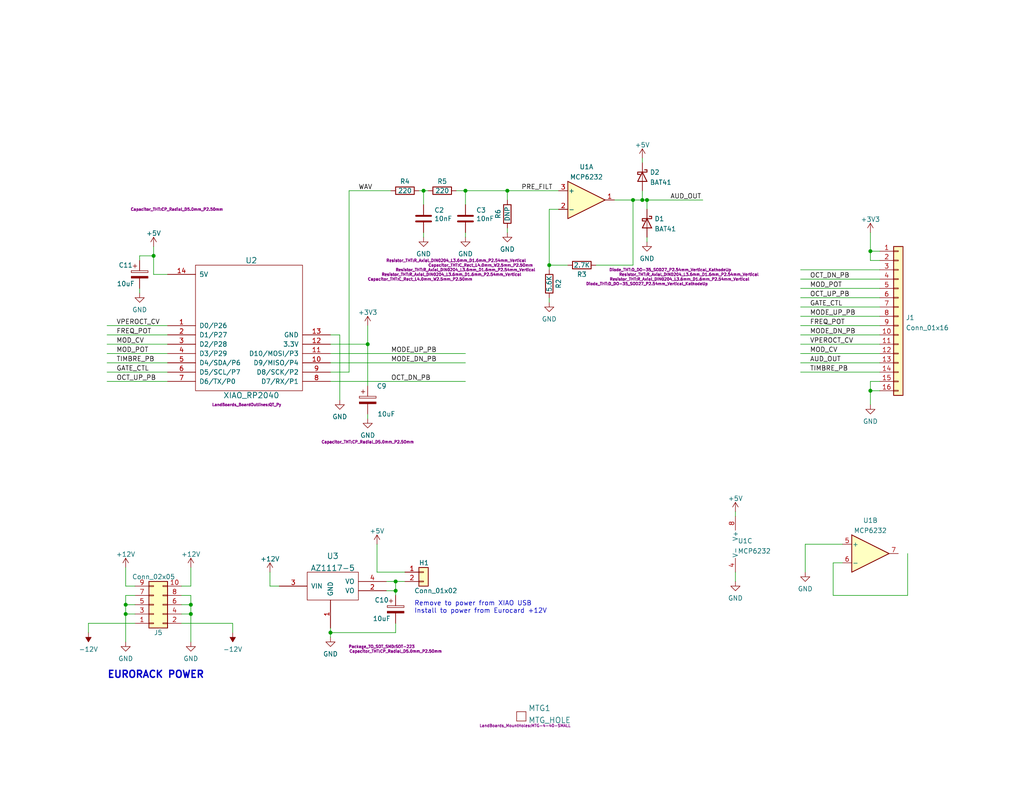
<source format=kicad_sch>
(kicad_sch (version 20211123) (generator eeschema)
  (paper "A")
  (title_block (title "VCO CONTROL LOGIC") (date "2022-10-02") (rev "1") (company "LAND BOARDS LLC") (comment 1 "https://note.com/solder_state/n/nca6a1dec3921"))
  (lib_symbols
    (symbol "Amplifier_Operational:TL072" (pin_names (offset 0.127))
      (property "Reference" "U" (at 0 5.08 0))
      (property "Value" "TL072" (at 0 -5.08 0))
      (symbol "TL072_1_1"
        (polyline (pts (xy -5.08 5.08) (xy 5.08 0) (xy -5.08 -5.08) (xy -5.08 5.08)) (stroke (width 0.254)) (fill (type background)))
        (pin output line (at 7.62 0 180) (length 2.54) (name "~") (number "1"))
        (pin input line (at -7.62 -2.54 0) (length 2.54) (name "-") (number "2"))
        (pin input line (at -7.62 2.54 0) (length 2.54) (name "+") (number "3"))
      )
      (symbol "TL072_2_1"
        (polyline (pts (xy -5.08 5.08) (xy 5.08 0) (xy -5.08 -5.08) (xy -5.08 5.08)) (stroke (width 0.254)) (fill (type background)))
        (pin input line (at -7.62 2.54 0) (length 2.54) (name "+") (number "5"))
        (pin input line (at -7.62 -2.54 0) (length 2.54) (name "-") (number "6"))
        (pin output line (at 7.62 0 180) (length 2.54) (name "~") (number "7"))
      )
      (symbol "TL072_3_1"
        (pin power_in line (at -2.54 -7.62 90) (length 3.81) (name "V-") (number "4"))
        (pin power_in line (at -2.54 7.62 270) (length 3.81) (name "V+") (number "8"))
      )
    )
    (symbol "Connector_Generic:Conn_01x02" (pin_names (offset 1.016) hide)
      (property "Reference" "J" (at 0 2.54 0))
      (property "Value" "Conn_01x02" (at 0 -5.08 0))
      (symbol "Conn_01x02_1_1"
        (rectangle (start -1.27 -2.413) (end 0 -2.667) (stroke (width 0.1524)))
        (rectangle (start -1.27 0.127) (end 0 -0.127) (stroke (width 0.1524)))
        (rectangle (start -1.27 1.27) (end 1.27 -3.81) (stroke (width 0.254)) (fill (type background)))
        (pin passive line (at -5.08 0 0) (length 3.81) (name "Pin_1") (number "1"))
        (pin passive line (at -5.08 -2.54 0) (length 3.81) (name "Pin_2") (number "2"))
      )
    )
    (symbol "Connector_Generic:Conn_01x16" (pin_names (offset 1.016) hide)
      (property "Reference" "J" (at 0 20.32 0))
      (property "Value" "Conn_01x16" (at 0 -22.86 0))
      (symbol "Conn_01x16_1_1"
        (rectangle (start -1.27 -20.193) (end 0 -20.447) (stroke (width 0.1524)))
        (rectangle (start -1.27 -17.653) (end 0 -17.907) (stroke (width 0.1524)))
        (rectangle (start -1.27 -15.113) (end 0 -15.367) (stroke (width 0.1524)))
        (rectangle (start -1.27 -12.573) (end 0 -12.827) (stroke (width 0.1524)))
        (rectangle (start -1.27 -10.033) (end 0 -10.287) (stroke (width 0.1524)))
        (rectangle (start -1.27 -7.493) (end 0 -7.747) (stroke (width 0.1524)))
        (rectangle (start -1.27 -4.953) (end 0 -5.207) (stroke (width 0.1524)))
        (rectangle (start -1.27 -2.413) (end 0 -2.667) (stroke (width 0.1524)))
        (rectangle (start -1.27 0.127) (end 0 -0.127) (stroke (width 0.1524)))
        (rectangle (start -1.27 2.667) (end 0 2.413) (stroke (width 0.1524)))
        (rectangle (start -1.27 5.207) (end 0 4.953) (stroke (width 0.1524)))
        (rectangle (start -1.27 7.747) (end 0 7.493) (stroke (width 0.1524)))
        (rectangle (start -1.27 10.287) (end 0 10.033) (stroke (width 0.1524)))
        (rectangle (start -1.27 12.827) (end 0 12.573) (stroke (width 0.1524)))
        (rectangle (start -1.27 15.367) (end 0 15.113) (stroke (width 0.1524)))
        (rectangle (start -1.27 17.907) (end 0 17.653) (stroke (width 0.1524)))
        (rectangle (start -1.27 19.05) (end 1.27 -21.59) (stroke (width 0.254)) (fill (type background)))
        (pin passive line (at -5.08 17.78 0) (length 3.81) (name "Pin_1") (number "1"))
        (pin passive line (at -5.08 -5.08 0) (length 3.81) (name "Pin_10") (number "10"))
        (pin passive line (at -5.08 -7.62 0) (length 3.81) (name "Pin_11") (number "11"))
        (pin passive line (at -5.08 -10.16 0) (length 3.81) (name "Pin_12") (number "12"))
        (pin passive line (at -5.08 -12.7 0) (length 3.81) (name "Pin_13") (number "13"))
        (pin passive line (at -5.08 -15.24 0) (length 3.81) (name "Pin_14") (number "14"))
        (pin passive line (at -5.08 -17.78 0) (length 3.81) (name "Pin_15") (number "15"))
        (pin passive line (at -5.08 -20.32 0) (length 3.81) (name "Pin_16") (number "16"))
        (pin passive line (at -5.08 15.24 0) (length 3.81) (name "Pin_2") (number "2"))
        (pin passive line (at -5.08 12.7 0) (length 3.81) (name "Pin_3") (number "3"))
        (pin passive line (at -5.08 10.16 0) (length 3.81) (name "Pin_4") (number "4"))
        (pin passive line (at -5.08 7.62 0) (length 3.81) (name "Pin_5") (number "5"))
        (pin passive line (at -5.08 5.08 0) (length 3.81) (name "Pin_6") (number "6"))
        (pin passive line (at -5.08 2.54 0) (length 3.81) (name "Pin_7") (number "7"))
        (pin passive line (at -5.08 0 0) (length 3.81) (name "Pin_8") (number "8"))
        (pin passive line (at -5.08 -2.54 0) (length 3.81) (name "Pin_9") (number "9"))
      )
    )
    (symbol "Connector_Generic:Conn_02x05_Odd_Even" (pin_names (offset 1.016) hide)
      (property "Reference" "J" (at 1.27 7.62 0))
      (property "Value" "Conn_02x05_Odd_Even" (at 1.27 -7.62 0))
      (symbol "Conn_02x05_Odd_Even_1_1"
        (rectangle (start -1.27 -4.953) (end 0 -5.207) (stroke (width 0.1524)))
        (rectangle (start -1.27 -2.413) (end 0 -2.667) (stroke (width 0.1524)))
        (rectangle (start -1.27 0.127) (end 0 -0.127) (stroke (width 0.1524)))
        (rectangle (start -1.27 2.667) (end 0 2.413) (stroke (width 0.1524)))
        (rectangle (start -1.27 5.207) (end 0 4.953) (stroke (width 0.1524)))
        (rectangle (start -1.27 6.35) (end 3.81 -6.35) (stroke (width 0.254)) (fill (type background)))
        (rectangle (start 3.81 -4.953) (end 2.54 -5.207) (stroke (width 0.1524)))
        (rectangle (start 3.81 -2.413) (end 2.54 -2.667) (stroke (width 0.1524)))
        (rectangle (start 3.81 0.127) (end 2.54 -0.127) (stroke (width 0.1524)))
        (rectangle (start 3.81 2.667) (end 2.54 2.413) (stroke (width 0.1524)))
        (rectangle (start 3.81 5.207) (end 2.54 4.953) (stroke (width 0.1524)))
        (pin passive line (at -5.08 5.08 0) (length 3.81) (name "Pin_1") (number "1"))
        (pin passive line (at 7.62 -5.08 180) (length 3.81) (name "Pin_10") (number "10"))
        (pin passive line (at 7.62 5.08 180) (length 3.81) (name "Pin_2") (number "2"))
        (pin passive line (at -5.08 2.54 0) (length 3.81) (name "Pin_3") (number "3"))
        (pin passive line (at 7.62 2.54 180) (length 3.81) (name "Pin_4") (number "4"))
        (pin passive line (at -5.08 0 0) (length 3.81) (name "Pin_5") (number "5"))
        (pin passive line (at 7.62 0 180) (length 3.81) (name "Pin_6") (number "6"))
        (pin passive line (at -5.08 -2.54 0) (length 3.81) (name "Pin_7") (number "7"))
        (pin passive line (at 7.62 -2.54 180) (length 3.81) (name "Pin_8") (number "8"))
        (pin passive line (at -5.08 -5.08 0) (length 3.81) (name "Pin_9") (number "9"))
      )
    )
    (symbol "Device:C" (pin_numbers hide) (pin_names (offset 0.254))
      (property "Reference" "C" (at 0.635 2.54 0))
      (property "Value" "C" (at 0.635 -2.54 0))
      (symbol "C_0_1"
        (polyline (pts (xy -2.032 -0.762) (xy 2.032 -0.762)) (stroke (width 0.508)))
        (polyline (pts (xy -2.032 0.762) (xy 2.032 0.762)) (stroke (width 0.508)))
      )
      (symbol "C_1_1"
        (pin passive line (at 0 3.81 270) (length 2.794) (name "~") (number "1"))
        (pin passive line (at 0 -3.81 90) (length 2.794) (name "~") (number "2"))
      )
    )
    (symbol "Device:C_Polarized" (pin_numbers hide) (pin_names (offset 0.254))
      (property "Reference" "C" (at 0.635 2.54 0))
      (property "Value" "C_Polarized" (at 0.635 -2.54 0))
      (symbol "C_Polarized_0_1"
        (rectangle (start -2.286 0.508) (end 2.286 1.016))
        (polyline (pts (xy -1.778 2.286) (xy -0.762 2.286)))
        (polyline (pts (xy -1.27 2.794) (xy -1.27 1.778)))
        (rectangle (start 2.286 -0.508) (end -2.286 -1.016) (fill (type outline)))
      )
      (symbol "C_Polarized_1_1"
        (pin passive line (at 0 3.81 270) (length 2.794) (name "~") (number "1"))
        (pin passive line (at 0 -3.81 90) (length 2.794) (name "~") (number "2"))
      )
    )
    (symbol "Device:D_Schottky" (pin_numbers hide) (pin_names (offset 1.016) hide)
      (property "Reference" "D" (at 0 2.54 0))
      (property "Value" "D_Schottky" (at 0 -2.54 0))
      (symbol "D_Schottky_0_1"
        (polyline (pts (xy 1.27 0) (xy -1.27 0)))
        (polyline (pts (xy 1.27 1.27) (xy 1.27 -1.27) (xy -1.27 0) (xy 1.27 1.27)) (stroke (width 0.254)))
        (polyline (pts (xy -1.905 0.635) (xy -1.905 1.27) (xy -1.27 1.27) (xy -1.27 -1.27) (xy -0.635 -1.27) (xy -0.635 -0.635)) (stroke (width 0.254)))
      )
      (symbol "D_Schottky_1_1"
        (pin passive line (at -3.81 0 0) (length 2.54) (name "K") (number "1"))
        (pin passive line (at 3.81 0 180) (length 2.54) (name "A") (number "2"))
      )
    )
    (symbol "Device:R" (pin_numbers hide) (pin_names (offset 0))
      (property "Reference" "R" (at 2.032 0 90))
      (property "Value" "R" (at 0 0 90))
      (symbol "R_0_1"
        (rectangle (start -1.016 -2.54) (end 1.016 2.54) (stroke (width 0.254)))
      )
      (symbol "R_1_1"
        (pin passive line (at 0 3.81 270) (length 1.27) (name "~") (number "1"))
        (pin passive line (at 0 -3.81 90) (length 1.27) (name "~") (number "2"))
      )
    )
    (symbol "LandBoards:MTG_HOLE" (pin_names (offset 1.016))
      (property "Reference" "MTG?" (at 0 2.54 0))
      (property "Value" "MTG_HOLE" (at 0 -2.54 0))
      (symbol "MTG_HOLE_0_1"
        (rectangle (start -1.27 -1.27) (end 1.27 -1.27))
        (rectangle (start -1.27 1.27) (end -1.27 -1.27))
        (rectangle (start 1.27 1.27) (end -1.27 1.27))
        (rectangle (start 1.27 1.27) (end 1.27 -1.27))
      )
    )
    (symbol "LandBoards_Cards:XIAO_RP2040" (pin_names (offset 1.016))
      (property "Reference" "BRD" (at 0 25.4 0))
      (property "Value" "XIAO_RP2040" (at 0 -11.43 0))
      (symbol "XIAO_RP2040_0_0"
        (rectangle (start -15.24 24.13) (end 13.97 -10.16))
      )
      (symbol "XIAO_RP2040_1_1"
        (pin bidirectional line (at -22.86 7.62 0) (length 7.62) (name "D0/P26") (number "1"))
        (pin bidirectional line (at 21.59 -2.54 180) (length 7.62) (name "D9/MISO/P4") (number "10"))
        (pin bidirectional line (at 21.59 0 180) (length 7.62) (name "D10/MOSI/P3") (number "11"))
        (pin power_out line (at 21.59 2.54 180) (length 7.62) (name "3.3V") (number "12"))
        (pin power_in line (at 21.59 5.08 180) (length 7.62) (name "GND") (number "13"))
        (pin power_in line (at -22.86 21.59 0) (length 7.62) (name "5V") (number "14"))
        (pin bidirectional line (at -22.86 5.08 0) (length 7.62) (name "D1/P27") (number "2"))
        (pin bidirectional line (at -22.86 2.54 0) (length 7.62) (name "D2/P28") (number "3"))
        (pin bidirectional line (at -22.86 0 0) (length 7.62) (name "D3/P29") (number "4"))
        (pin bidirectional line (at -22.86 -2.54 0) (length 7.62) (name "D4/SDA/P6") (number "5"))
        (pin bidirectional line (at -22.86 -5.08 0) (length 7.62) (name "D5/SCL/P7") (number "6"))
        (pin bidirectional line (at -22.86 -7.62 0) (length 7.62) (name "D6/TX/P0") (number "7"))
        (pin bidirectional line (at 21.59 -7.62 180) (length 7.62) (name "D7/RX/P1") (number "8"))
        (pin bidirectional line (at 21.59 -5.08 180) (length 7.62) (name "D8/SCK/P2") (number "9"))
      )
    )
    (symbol "LandBoards_Semis:AP1117" (pin_names (offset 1.016))
      (property "Reference" "U" (at 2.54 3.81 0))
      (property "Value" "AP1117" (at 6.35 -6.35 0))
      (symbol "AP1117_0_1"
        (polyline (pts (xy -8.89 -5.08) (xy -8.89 2.54) (xy 5.08 2.54) (xy 5.08 -5.08) (xy -8.89 -5.08)))
      )
      (symbol "AP1117_1_1"
        (pin power_in line (at -2.54 -12.7 90) (length 7.62) (name "GND") (number "1"))
        (pin passive line (at 12.7 -2.54 180) (length 7.62) (name "VO") (number "2"))
        (pin power_in line (at -16.51 -1.27 0) (length 7.62) (name "VIN") (number "3"))
        (pin power_out line (at 12.7 0 180) (length 7.62) (name "VO") (number "4"))
      )
    )
    (symbol "power:+12V" (power) (pin_names (offset 0))
      (property "Value" "+12V" (at 0 3.556 0))
      (symbol "+12V_0_1"
        (polyline (pts (xy -0.762 1.27) (xy 0 2.54)))
        (polyline (pts (xy 0 0) (xy 0 2.54)))
        (polyline (pts (xy 0 2.54) (xy 0.762 1.27)))
      )
      (symbol "+12V_1_1"
        (pin power_in line (at 0 0 90) (length 0) hide (name "+12V") (number "1"))
      )
    )
    (symbol "power:+3.3V" (power) (pin_names (offset 0))
      (property "Value" "+3.3V" (at 0 3.556 0))
      (symbol "+3.3V_0_1"
        (polyline (pts (xy -0.762 1.27) (xy 0 2.54)))
        (polyline (pts (xy 0 0) (xy 0 2.54)))
        (polyline (pts (xy 0 2.54) (xy 0.762 1.27)))
      )
      (symbol "+3.3V_1_1"
        (pin power_in line (at 0 0 90) (length 0) hide (name "+3V3") (number "1"))
      )
    )
    (symbol "power:+5V" (power) (pin_names (offset 0))
      (property "Value" "+5V" (at 0 3.556 0))
      (symbol "+5V_0_1"
        (polyline (pts (xy -0.762 1.27) (xy 0 2.54)))
        (polyline (pts (xy 0 0) (xy 0 2.54)))
        (polyline (pts (xy 0 2.54) (xy 0.762 1.27)))
      )
      (symbol "+5V_1_1"
        (pin power_in line (at 0 0 90) (length 0) hide (name "+5V") (number "1"))
      )
    )
    (symbol "power:-12V" (power) (pin_names (offset 0))
      (property "Value" "-12V" (at 0 3.81 0))
      (symbol "-12V_0_0"
        (pin power_in line (at 0 0 90) (length 0) hide (name "-12V") (number "1"))
      )
      (symbol "-12V_0_1"
        (polyline (pts (xy 0 0) (xy 0 1.27) (xy 0.762 1.27) (xy 0 2.54) (xy -0.762 1.27) (xy 0 1.27)) (fill (type outline)))
      )
    )
    (symbol "power:GND" (power) (pin_names (offset 0))
      (property "Value" "GND" (at 0 -3.81 0))
      (symbol "GND_0_1"
        (polyline (pts (xy 0 0) (xy 0 -1.27) (xy 1.27 -1.27) (xy 0 -2.54) (xy -1.27 -1.27) (xy 0 -1.27)))
      )
      (symbol "GND_1_1"
        (pin power_in line (at 0 0 270) (length 0) hide (name "GND") (number "1"))
      )
    )
  )
  (junction (at 34.29 165.1))
  (junction (at 100.33 93.98))
  (junction (at 127 52.07))
  (junction (at 90.17 172.72))
  (junction (at 34.29 167.64))
  (junction (at 138.43 52.07))
  (junction (at 52.07 167.64))
  (junction (at 52.07 165.1))
  (junction (at 41.91 69.85))
  (junction (at 115.57 52.07))
  (junction (at 149.86 72.39))
  (junction (at 172.72 54.61))
  (junction (at 107.95 161.29))
  (junction (at 107.95 158.75))
  (junction (at 175.26 54.61))
  (junction (at 237.49 68.58))
  (junction (at 176.53 54.61))
  (junction (at 237.49 106.68))
  (wire (pts (xy 229.87 148.59) (xy 219.71 148.59)))
  (wire (pts (xy 218.44 88.9) (xy 240.03 88.9)))
  (wire (pts (xy 105.41 158.75) (xy 107.95 158.75)))
  (wire (pts (xy 176.53 54.61) (xy 191.77 54.61)))
  (wire (pts (xy 90.17 93.98) (xy 100.33 93.98)))
  (wire (pts (xy 105.41 161.29) (xy 107.95 161.29)))
  (wire (pts (xy 36.83 170.18) (xy 24.13 170.18)))
  (wire (pts (xy 200.66 156.21) (xy 200.66 158.75)))
  (wire (pts (xy 175.26 43.18) (xy 175.26 44.45)))
  (wire (pts (xy 29.21 93.98) (xy 45.72 93.98)))
  (wire (pts (xy 24.13 170.18) (xy 24.13 172.72)))
  (wire (pts (xy 227.33 153.67) (xy 227.33 162.56)))
  (wire (pts (xy 90.17 172.72) (xy 107.95 172.72)))
  (wire (pts (xy 38.1 80.01) (xy 38.1 78.74)))
  (wire (pts (xy 218.44 76.2) (xy 240.03 76.2)))
  (wire (pts (xy 218.44 93.98) (xy 240.03 93.98)))
  (wire (pts (xy 218.44 96.52) (xy 240.03 96.52)))
  (wire (pts (xy 240.03 71.12) (xy 237.49 71.12)))
  (wire (pts (xy 90.17 101.6) (xy 95.25 101.6)))
  (wire (pts (xy 115.57 52.07) (xy 115.57 55.88)))
  (wire (pts (xy 52.07 162.56) (xy 52.07 165.1)))
  (wire (pts (xy 116.84 52.07) (xy 115.57 52.07)))
  (wire (pts (xy 73.66 160.02) (xy 76.2 160.02)))
  (wire (pts (xy 29.21 104.14) (xy 45.72 104.14)))
  (wire (pts (xy 138.43 62.23) (xy 138.43 63.5)))
  (wire (pts (xy 49.53 165.1) (xy 52.07 165.1)))
  (wire (pts (xy 102.87 156.21) (xy 102.87 148.59)))
  (wire (pts (xy 218.44 78.74) (xy 240.03 78.74)))
  (wire (pts (xy 41.91 74.93) (xy 41.91 69.85)))
  (wire (pts (xy 229.87 153.67) (xy 227.33 153.67)))
  (wire (pts (xy 41.91 69.85) (xy 41.91 67.31)))
  (wire (pts (xy 172.72 54.61) (xy 175.26 54.61)))
  (wire (pts (xy 95.25 52.07) (xy 106.68 52.07)))
  (wire (pts (xy 219.71 148.59) (xy 219.71 156.21)))
  (wire (pts (xy 90.17 104.14) (xy 127 104.14)))
  (wire (pts (xy 90.17 172.72) (xy 90.17 173.99)))
  (wire (pts (xy 41.91 74.93) (xy 45.72 74.93)))
  (wire (pts (xy 237.49 110.49) (xy 237.49 106.68)))
  (wire (pts (xy 115.57 64.77) (xy 115.57 63.5)))
  (wire (pts (xy 90.17 96.52) (xy 127 96.52)))
  (wire (pts (xy 162.56 72.39) (xy 172.72 72.39)))
  (wire (pts (xy 95.25 52.07) (xy 95.25 101.6)))
  (wire (pts (xy 127 64.77) (xy 127 63.5)))
  (wire (pts (xy 124.46 52.07) (xy 127 52.07)))
  (wire (pts (xy 36.83 160.02) (xy 34.29 160.02)))
  (wire (pts (xy 29.21 99.06) (xy 45.72 99.06)))
  (wire (pts (xy 138.43 52.07) (xy 138.43 54.61)))
  (wire (pts (xy 90.17 99.06) (xy 127 99.06)))
  (wire (pts (xy 107.95 161.29) (xy 107.95 162.56)))
  (wire (pts (xy 49.53 170.18) (xy 63.5 170.18)))
  (wire (pts (xy 29.21 101.6) (xy 45.72 101.6)))
  (wire (pts (xy 41.91 69.85) (xy 38.1 69.85)))
  (wire (pts (xy 176.53 54.61) (xy 176.53 57.15)))
  (wire (pts (xy 149.86 57.15) (xy 152.4 57.15)))
  (wire (pts (xy 218.44 91.44) (xy 240.03 91.44)))
  (wire (pts (xy 227.33 162.56) (xy 247.65 162.56)))
  (wire (pts (xy 149.86 72.39) (xy 149.86 73.66)))
  (wire (pts (xy 167.64 54.61) (xy 172.72 54.61)))
  (wire (pts (xy 237.49 71.12) (xy 237.49 68.58)))
  (wire (pts (xy 172.72 72.39) (xy 172.72 54.61)))
  (wire (pts (xy 34.29 162.56) (xy 34.29 165.1)))
  (wire (pts (xy 29.21 91.44) (xy 45.72 91.44)))
  (wire (pts (xy 149.86 81.28) (xy 149.86 82.55)))
  (wire (pts (xy 34.29 167.64) (xy 34.29 175.26)))
  (wire (pts (xy 90.17 91.44) (xy 92.71 91.44)))
  (wire (pts (xy 138.43 52.07) (xy 152.4 52.07)))
  (wire (pts (xy 237.49 68.58) (xy 237.49 63.5)))
  (wire (pts (xy 49.53 160.02) (xy 52.07 160.02)))
  (wire (pts (xy 115.57 52.07) (xy 114.3 52.07)))
  (wire (pts (xy 200.66 139.7) (xy 200.66 140.97)))
  (wire (pts (xy 100.33 114.3) (xy 100.33 113.03)))
  (wire (pts (xy 73.66 156.21) (xy 73.66 160.02)))
  (wire (pts (xy 127 52.07) (xy 138.43 52.07)))
  (wire (pts (xy 175.26 54.61) (xy 176.53 54.61)))
  (wire (pts (xy 110.49 156.21) (xy 102.87 156.21)))
  (wire (pts (xy 49.53 167.64) (xy 52.07 167.64)))
  (wire (pts (xy 36.83 162.56) (xy 34.29 162.56)))
  (wire (pts (xy 218.44 73.66) (xy 240.03 73.66)))
  (wire (pts (xy 34.29 154.94) (xy 34.29 160.02)))
  (wire (pts (xy 218.44 99.06) (xy 240.03 99.06)))
  (wire (pts (xy 38.1 69.85) (xy 38.1 71.12)))
  (wire (pts (xy 218.44 83.82) (xy 240.03 83.82)))
  (wire (pts (xy 90.17 171.45) (xy 90.17 172.72)))
  (wire (pts (xy 237.49 106.68) (xy 237.49 104.14)))
  (wire (pts (xy 237.49 104.14) (xy 240.03 104.14)))
  (wire (pts (xy 237.49 68.58) (xy 240.03 68.58)))
  (wire (pts (xy 107.95 172.72) (xy 107.95 170.18)))
  (wire (pts (xy 237.49 106.68) (xy 240.03 106.68)))
  (wire (pts (xy 107.95 158.75) (xy 110.49 158.75)))
  (wire (pts (xy 176.53 66.04) (xy 176.53 64.77)))
  (wire (pts (xy 247.65 162.56) (xy 247.65 151.13)))
  (wire (pts (xy 52.07 167.64) (xy 52.07 175.26)))
  (wire (pts (xy 218.44 86.36) (xy 240.03 86.36)))
  (wire (pts (xy 107.95 161.29) (xy 107.95 158.75)))
  (wire (pts (xy 52.07 154.94) (xy 52.07 160.02)))
  (wire (pts (xy 34.29 165.1) (xy 34.29 167.64)))
  (wire (pts (xy 218.44 81.28) (xy 240.03 81.28)))
  (wire (pts (xy 100.33 88.9) (xy 100.33 93.98)))
  (wire (pts (xy 52.07 165.1) (xy 52.07 167.64)))
  (wire (pts (xy 218.44 101.6) (xy 240.03 101.6)))
  (wire (pts (xy 63.5 170.18) (xy 63.5 172.72)))
  (wire (pts (xy 34.29 167.64) (xy 36.83 167.64)))
  (wire (pts (xy 92.71 91.44) (xy 92.71 109.22)))
  (wire (pts (xy 127 52.07) (xy 127 55.88)))
  (wire (pts (xy 149.86 72.39) (xy 149.86 57.15)))
  (wire (pts (xy 34.29 165.1) (xy 36.83 165.1)))
  (wire (pts (xy 49.53 162.56) (xy 52.07 162.56)))
  (wire (pts (xy 154.94 72.39) (xy 149.86 72.39)))
  (wire (pts (xy 100.33 105.41) (xy 100.33 93.98)))
  (wire (pts (xy 175.26 52.07) (xy 175.26 54.61)))
  (wire (pts (xy 29.21 96.52) (xy 45.72 96.52)))
  (wire (pts (xy 29.21 88.9) (xy 45.72 88.9)))
  (text "EURORACK POWER" (at 29.21 185.42 0) (effects (font (size 1.905 1.905) (thickness 0.381) bold) (justify left bottom)))
  (text "Remove to power from XIAO USB\nInstall to power from Eurocard +12V" (at 113.03 167.64 0) (effects (font (size 1.27 1.27)) (justify left bottom)))
  (label "OCT_DN_PB" (at 106.68 104.14 0))
  (label "MODE_DN_PB" (at 106.68 99.06 0))
  (label "FREQ_POT" (at 220.98 88.9 0))
  (label "GATE_CTL" (at 31.75 101.6 0))
  (label "MODE_DN_PB" (at 220.98 91.44 0))
  (label "MOD_POT" (at 220.98 78.74 0))
  (label "MOD_CV" (at 31.75 93.98 0))
  (label "VPEROCT_CV" (at 220.98 93.98 0))
  (label "FREQ_POT" (at 31.75 91.44 0))
  (label "TIMBRE_PB" (at 220.98 101.6 0))
  (label "MOD_POT" (at 31.75 96.52 0))
  (label "TIMBRE_PB" (at 31.75 99.06 0))
  (label "OCT_UP_PB" (at 220.98 81.28 0))
  (label "MODE_UP_PB" (at 220.98 86.36 0))
  (label "WAV" (at 97.79 52.07 0))
  (label "AUD_OUT" (at 220.98 99.06 0))
  (label "VPEROCT_CV" (at 31.75 88.9 0))
  (label "OCT_DN_PB" (at 220.98 76.2 0))
  (label "AUD_OUT" (at 182.88 54.61 0))
  (label "MODE_UP_PB" (at 106.68 96.52 0))
  (label "MOD_CV" (at 220.98 96.52 0))
  (label "PRE_FILT" (at 142.24 52.07 0))
  (label "GATE_CTL" (at 220.98 83.82 0))
  (label "OCT_UP_PB" (at 31.75 104.14 0))
  (symbol (lib_id "power:GND") (at 92.71 109.22 0) (unit 1)
    (property "Reference" "#PWR0105" (effects hide))
    (property "Value" "GND" (at 92.71 113.7825 0))
  )
  (symbol (lib_id "Device:C_Polarized") (at 107.95 166.37 0) (unit 1)
    (property "Reference" "C10" (at 104.14 163.83 0))
    (property "Value" "10uF" (at 104.14 168.91 0))
    (property "Footprint" "Capacitor_THT:CP_Radial_D5.0mm_P2.50mm" (at 107.95 177.8 0) (effects (font (size 0.762 0.762))))
    (property "Datasheet" "https://www.mouser.com/ProductDetail/140-REA470M1CBK0511P" (effects hide))
  )
  (symbol (lib_id "Device:R") (at 120.65 52.07 90) (unit 1)
    (property "Reference" "R5" (at 120.65 49.53 90))
    (property "Value" "220" (at 120.65 52.07 90))
    (property "Footprint" "Resistor_THT:R_Axial_DIN0204_L3.6mm_D1.6mm_P2.54mm_Vertical" (at 127 73.66 90) (effects (font (size 0.762 0.762))))
    (property "Datasheet" "https://www.mouser.com/ProductDetail/Xicon/299-2.2K-RC?qs=QaPBMFBEHz3RDbXknTj%252ByA%3D%3D" (effects hide))
  )
  (symbol (lib_id "power:GND") (at 90.17 173.99 0) (unit 1)
    (property "Reference" "#PWR0135" (effects hide))
    (property "Value" "GND" (at 90.17 178.5525 0))
  )
  (symbol (lib_id "Device:C_Polarized") (at 38.1 74.93 0) (unit 1)
    (property "Reference" "C11" (at 34.29 72.39 0))
    (property "Value" "10uF" (at 34.29 77.47 0))
    (property "Footprint" "Capacitor_THT:CP_Radial_D5.0mm_P2.50mm" (at 48.26 57.15 0) (effects (font (size 0.762 0.762))))
    (property "Datasheet" "https://www.mouser.com/ProductDetail/140-REA470M1CBK0511P" (effects hide))
  )
  (symbol (lib_id "power:+5V") (at 102.87 148.59 0) (unit 1)
    (property "Reference" "#PWR0134" (effects hide))
    (property "Value" "+5V" (at 102.87 144.9855 0))
  )
  (symbol (lib_id "power:+12V") (at 52.07 154.94 0) (unit 1)
    (property "Reference" "#PWR0137" (effects hide))
    (property "Value" "+12V" (at 52.07 151.3355 0))
  )
  (symbol (lib_id "power:GND") (at 237.49 110.49 0) (unit 1)
    (property "Reference" "#PWR0102" (effects hide))
    (property "Value" "GND" (at 237.49 115.0525 0))
  )
  (symbol (lib_id "Amplifier_Operational:TL072") (at 237.49 151.13 0) (unit 2)
    (property "Reference" "U1" (at 237.49 142.0835 0))
    (property "Value" "MCP6232" (at 237.49 144.8586 0))
    (property "Footprint" "Package_DIP:DIP-8_W7.62mm" (effects hide))
    (property "Datasheet" "http://www.ti.com/lit/ds/symlink/tl071.pdf" (effects hide))
  )
  (symbol (lib_id "Device:D_Schottky") (at 176.53 60.96 270) (unit 1)
    (property "Reference" "D1" (at 178.562 59.734 90) (effects (justify left)))
    (property "Value" "BAT41" (at 178.562 62.5091 90) (effects (justify left)))
    (property "Footprint" "Diode_THT:D_DO-35_SOD27_P2.54mm_Vertical_KathodeUp" (at 176.53 77.47 90) (effects (font (size 0.762 0.762))))
  )
  (symbol (lib_id "LandBoards_Semis:AP1117") (at 92.71 158.75 0) (unit 1)
    (property "Reference" "U3" (at 90.805 151.8061 0) (effects (font (size 1.524 1.524))))
    (property "Value" "AZ1117-5" (at 90.805 155.0851 0) (effects (font (size 1.524 1.524))))
    (property "Footprint" "Package_TO_SOT_SMD:SOT-223" (at 104.14 176.53 0) (effects (font (size 0.762 0.762))))
  )
  (symbol (lib_id "Device:R") (at 158.75 72.39 90) (unit 1)
    (property "Reference" "R3" (at 158.75 74.93 90))
    (property "Value" "2.7K" (at 158.75 72.39 90))
    (property "Footprint" "Resistor_THT:R_Axial_DIN0204_L3.6mm_D1.6mm_P2.54mm_Vertical" (at 185.42 76.2 90) (effects (font (size 0.762 0.762))))
    (property "Datasheet" "https://www.mouser.com/ProductDetail/Xicon/299-2.2K-RC?qs=QaPBMFBEHz3RDbXknTj%252ByA%3D%3D" (effects hide))
  )
  (symbol (lib_id "Connector_Generic:Conn_01x02") (at 115.57 156.21 0) (unit 1)
    (property "Reference" "H1" (at 114.3 153.67 0) (effects (justify left)))
    (property "Value" "Conn_01x02" (at 113.03 161.29 0) (effects (justify left)))
    (property "Footprint" "Connector_PinHeader_2.54mm:PinHeader_1x02_P2.54mm_Vertical" (effects hide))
  )
  (symbol (lib_id "power:GND") (at 127 64.77 0) (unit 1)
    (property "Reference" "#PWR0115" (effects hide))
    (property "Value" "GND" (at 127 69.3325 0))
  )
  (symbol (lib_id "Device:R") (at 110.49 52.07 90) (unit 1)
    (property "Reference" "R4" (at 110.49 49.53 90))
    (property "Value" "220" (at 110.49 52.07 90))
    (property "Footprint" "Resistor_THT:R_Axial_DIN0204_L3.6mm_D1.6mm_P2.54mm_Vertical" (at 124.46 71.12 90) (effects (font (size 0.762 0.762))))
    (property "Datasheet" "https://www.mouser.com/ProductDetail/Xicon/299-2.2K-RC?qs=QaPBMFBEHz3RDbXknTj%252ByA%3D%3D" (effects hide))
  )
  (symbol (lib_id "power:+5V") (at 41.91 67.31 0) (unit 1)
    (property "Reference" "#PWR0118" (effects hide))
    (property "Value" "+5V" (at 41.91 63.7055 0))
  )
  (symbol (lib_id "Device:R") (at 149.86 77.47 180) (unit 1)
    (property "Reference" "R2" (at 152.4 77.47 90))
    (property "Value" "5.6K" (at 149.86 77.47 90))
    (property "Footprint" "Resistor_THT:R_Axial_DIN0204_L3.6mm_D1.6mm_P2.54mm_Vertical" (at 187.96 74.93 0) (effects (font (size 0.762 0.762))))
    (property "Datasheet" "https://www.mouser.com/ProductDetail/Xicon/299-2.2K-RC?qs=QaPBMFBEHz3RDbXknTj%252ByA%3D%3D" (effects hide))
  )
  (symbol (lib_id "power:+3.3V") (at 237.49 63.5 0) (unit 1)
    (property "Reference" "#PWR0101" (effects hide))
    (property "Value" "+3.3V" (at 237.49 59.8955 0))
  )
  (symbol (lib_id "power:GND") (at 138.43 63.5 0) (unit 1)
    (property "Reference" "#PWR0126" (effects hide))
    (property "Value" "GND" (at 138.43 68.0625 0))
  )
  (symbol (lib_id "power:GND") (at 34.29 175.26 0) (unit 1)
    (property "Reference" "#PWR0142" (effects hide))
    (property "Value" "GND" (at 34.29 179.8225 0))
  )
  (symbol (lib_id "Device:C_Polarized") (at 100.33 109.22 0) (unit 1)
    (property "Reference" "C9" (at 104.14 105.41 0))
    (property "Value" "10uF" (at 105.41 113.03 0))
    (property "Footprint" "Capacitor_THT:CP_Radial_D5.0mm_P2.50mm" (at 100.33 120.65 0) (effects (font (size 0.762 0.762))))
    (property "Datasheet" "https://www.mouser.com/ProductDetail/140-REA470M1CBK0511P" (effects hide))
  )
  (symbol (lib_id "power:-12V") (at 24.13 172.72 180) (unit 1)
    (property "Reference" "#PWR0140" (effects hide))
    (property "Value" "-12V" (at 24.13 177.2825 0))
  )
  (symbol (lib_id "LandBoards:MTG_HOLE") (at 142.24 195.58 0) (unit 1)
    (property "Reference" "MTG1" (at 144.145 193.3446 0) (effects (font (size 1.524 1.524)) (justify left)))
    (property "Value" "MTG_HOLE" (at 144.145 196.6236 0) (effects (font (size 1.524 1.524)) (justify left)))
    (property "Footprint" "LandBoards_MountHoles:MTG-4-40-SMALL" (at 130.81 198.12 0) (effects (font (size 0.762 0.762)) (justify left)))
  )
  (symbol (lib_id "power:GND") (at 100.33 114.3 0) (unit 1)
    (property "Reference" "#PWR0104" (effects hide))
    (property "Value" "GND" (at 100.33 118.8625 0))
  )
  (symbol (lib_id "power:GND") (at 176.53 66.04 0) (unit 1)
    (property "Reference" "#PWR0120" (effects hide))
    (property "Value" "GND" (at 176.53 70.6025 0))
  )
  (symbol (lib_id "power:GND") (at 52.07 175.26 0) (unit 1)
    (property "Reference" "#PWR0138" (effects hide))
    (property "Value" "GND" (at 52.07 179.8225 0))
  )
  (symbol (lib_id "Connector_Generic:Conn_02x05_Odd_Even") (at 41.91 165.1 0) (mirror x) (unit 1)
    (property "Reference" "J5" (at 43.18 172.72 0))
    (property "Value" "Conn_02x05" (at 41.91 157.48 0))
    (property "Footprint" "Connector_IDC:IDC-Header_2x05_P2.54mm_Vertical" (effects hide))
    (property "Datasheet" "https://store.synthrotek.com/10-Pin_Keyed_Shrouded_Eurorack_Power_Header" (effects hide))
  )
  (symbol (lib_id "power:GND") (at 38.1 80.01 0) (unit 1)
    (property "Reference" "#PWR0119" (effects hide))
    (property "Value" "GND" (at 38.1 84.5725 0))
  )
  (symbol (lib_id "Device:C") (at 115.57 59.69 0) (unit 1)
    (property "Reference" "C2" (at 118.491 57.3786 0) (effects (justify left)))
    (property "Value" "10nF" (at 118.491 59.69 0) (effects (justify left)))
    (property "Footprint" "Capacitor_THT:C_Rect_L4.0mm_W2.5mm_P2.50mm" (at 100.33 76.2 0) (effects (font (size 0.762 0.762)) (justify left)))
    (property "Datasheet" "https://www.mouser.com/ProductDetail/TDK/FG18X7R1H473KNT06?qs=qf2ddTMq67Ua7q%2FdN4IhqA%3D%3D" (effects hide))
  )
  (symbol (lib_id "Amplifier_Operational:TL072") (at 203.2 148.59 0) (unit 3)
    (property "Reference" "U1" (at 201.295 147.6815 0) (effects (justify left)))
    (property "Value" "MCP6232" (at 201.295 150.4566 0) (effects (justify left)))
    (property "Footprint" "Package_DIP:DIP-8_W7.62mm" (effects hide))
    (property "Datasheet" "http://www.ti.com/lit/ds/symlink/tl071.pdf" (effects hide))
  )
  (symbol (lib_id "power:+5V") (at 175.26 43.18 0) (unit 1)
    (property "Reference" "#PWR0117" (effects hide))
    (property "Value" "+5V" (at 175.26 39.5755 0))
  )
  (symbol (lib_id "power:GND") (at 200.66 158.75 0) (unit 1)
    (property "Reference" "#PWR0121" (effects hide))
    (property "Value" "GND" (at 200.66 163.3125 0))
  )
  (symbol (lib_id "power:+12V") (at 73.66 156.21 0) (unit 1)
    (property "Reference" "#PWR0133" (effects hide))
    (property "Value" "+12V" (at 73.66 152.6055 0))
  )
  (symbol (lib_id "power:+3.3V") (at 100.33 88.9 0) (unit 1)
    (property "Reference" "#PWR0123" (effects hide))
    (property "Value" "+3.3V" (at 100.33 85.2955 0))
  )
  (symbol (lib_id "power:GND") (at 149.86 82.55 0) (unit 1)
    (property "Reference" "#PWR0122" (effects hide))
    (property "Value" "GND" (at 149.86 87.1125 0))
  )
  (symbol (lib_id "power:GND") (at 115.57 64.77 0) (unit 1)
    (property "Reference" "#PWR0113" (effects hide))
    (property "Value" "GND" (at 115.57 69.3325 0))
  )
  (symbol (lib_id "power:+5V") (at 200.66 139.7 0) (unit 1)
    (property "Reference" "#PWR0116" (effects hide))
    (property "Value" "+5V" (at 200.66 136.0955 0))
  )
  (symbol (lib_id "power:-12V") (at 63.5 172.72 180) (unit 1)
    (property "Reference" "#PWR0139" (effects hide))
    (property "Value" "-12V" (at 63.5 177.2825 0))
  )
  (symbol (lib_id "Amplifier_Operational:TL072") (at 160.02 54.61 0) (unit 1)
    (property "Reference" "U1" (at 160.02 45.5635 0))
    (property "Value" "MCP6232" (at 160.02 48.3386 0))
    (property "Footprint" "Package_DIP:DIP-8_W7.62mm" (effects hide))
    (property "Datasheet" "http://www.ti.com/lit/ds/symlink/tl071.pdf" (effects hide))
  )
  (symbol (lib_id "LandBoards_Cards:XIAO_RP2040") (at 68.58 96.52 0) (unit 1)
    (property "Reference" "U2" (at 68.58 71.12 0) (effects (font (size 1.524 1.524))))
    (property "Value" "XIAO_RP2040" (at 68.58 107.95 0) (effects (font (size 1.524 1.524))))
    (property "Footprint" "LandBoards_BoardOutlines:QT_Py" (at 67.31 110.49 0) (effects (font (size 0.762 0.762))))
  )
  (symbol (lib_id "power:GND") (at 219.71 156.21 0) (unit 1)
    (property "Reference" "#PWR0124" (effects hide))
    (property "Value" "GND" (at 219.71 160.7725 0))
  )
  (symbol (lib_id "Connector_Generic:Conn_01x16") (at 245.11 86.36 0) (unit 1)
    (property "Reference" "J1" (at 247.142 86.7215 0) (effects (justify left)))
    (property "Value" "Conn_01x16" (at 247.142 89.4966 0) (effects (justify left)))
    (property "Footprint" "Connector_PinHeader_2.54mm:PinHeader_2x08_P2.54mm_Vertical" (effects hide))
  )
  (symbol (lib_id "Device:D_Schottky") (at 175.26 48.26 270) (unit 1)
    (property "Reference" "D2" (at 177.292 47.034 90) (effects (justify left)))
    (property "Value" "BAT41" (at 177.292 49.8091 90) (effects (justify left)))
    (property "Footprint" "Diode_THT:D_DO-35_SOD27_P2.54mm_Vertical_KathodeUp" (at 182.88 73.66 90) (effects (font (size 0.762 0.762))))
  )
  (symbol (lib_id "power:+12V") (at 34.29 154.94 0) (unit 1)
    (property "Reference" "#PWR0141" (effects hide))
    (property "Value" "+12V" (at 34.29 151.3355 0))
  )
  (symbol (lib_id "Device:C") (at 127 59.69 0) (unit 1)
    (property "Reference" "C3" (at 129.921 57.3786 0) (effects (justify left)))
    (property "Value" "10nF" (at 129.921 59.69 0) (effects (justify left)))
    (property "Footprint" "Capacitor_THT:C_Rect_L4.0mm_W2.5mm_P2.50mm" (at 116.84 72.39 0) (effects (font (size 0.762 0.762)) (justify left)))
    (property "Datasheet" "https://www.mouser.com/ProductDetail/TDK/FG18X7R1H473KNT06?qs=qf2ddTMq67Ua7q%2FdN4IhqA%3D%3D" (effects hide))
  )
  (symbol (lib_id "Device:R") (at 138.43 58.42 0) (unit 1)
    (property "Reference" "R6" (at 135.89 58.42 90))
    (property "Value" "DNP" (at 138.43 58.42 90))
    (property "Footprint" "Resistor_THT:R_Axial_DIN0204_L3.6mm_D1.6mm_P2.54mm_Vertical" (at 123.19 74.93 0) (effects (font (size 0.762 0.762))))
    (property "Datasheet" "https://www.mouser.com/ProductDetail/Xicon/299-2.2K-RC?qs=QaPBMFBEHz3RDbXknTj%252ByA%3D%3D" (effects hide))
  )
)
</source>
